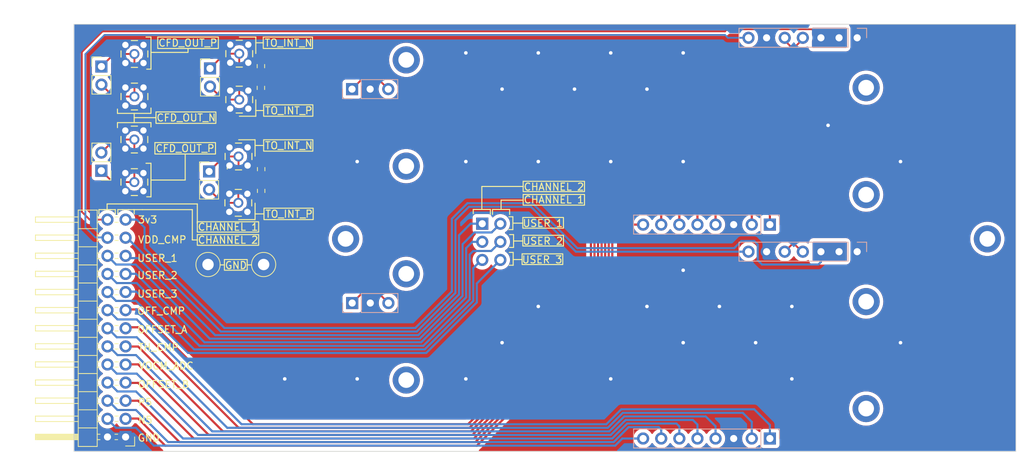
<source format=kicad_pcb>
(kicad_pcb (version 20221018) (generator pcbnew)
  (layers (0 "F.Cu" signal) (31 "B.Cu" signal) (34 "B.Paste" user) (35 "F.Paste" user) (36 "B.SilkS" user "B.Silkscreen") (37 "F.SilkS" user "F.Silkscreen") (38 "B.Mask" user) (39 "F.Mask" user) (44 "Edge.Cuts" user))
  (net 0 "")
  (net 1 "GND")
  (net 2 "/CFD_OUT_1_P")
  (net 3 "/CFD_OUT_1_N")
  (net 4 "/TO_INT_1_N")
  (net 5 "/TO_INT_1_P")
  (net 6 "/CFD_OUT_2_P")
  (net 7 "/CFD_OUT_2_N")
  (net 8 "/TO_INT_2_N")
  (net 9 "/TO_INT_2_P")
  (net 10 "/11")
  (net 11 "/3")
  (net 12 "/9")
  (net 13 "/5")
  (net 14 "/13")
  (net 15 "/15")
  (net 16 "/17")
  (net 17 "/12")
  (net 18 "/4")
  (net 19 "/10")
  (net 20 "/6")
  (net 21 "/16")
  (net 22 "/18")
  (net 23 "/19")
  (net 24 "/20")
  (net 25 "/21")
  (net 26 "/22")
  (net 27 "/14")
  (net 28 "/7")
  (net 29 "/8")
  (net 30 "/23")
  (net 31 "/24")
  (net 32 "/25")
  (net 33 "/26")
  (footprint "MountingHole:MountingHole_2.2mm_M2_DIN965_Pad" (layer "F.Cu") (at 193.3 80.6)
    (fp_text reference "H8" hide)
    (fp_text value "MountingHole")
  )
  (footprint "MountingHole:MountingHole_2.2mm_M2_DIN965_Pad" (layer "F.Cu") (at 128.8 61.6)
    (fp_text reference "H1" hide)
    (fp_text value "MountingHole")
  )
  (footprint "MountingHole:MountingHole_2.2mm_M2_DIN965_Pad" (layer "F.Cu") (at 128.8 46.7)
    (fp_text reference "H6" hide)
    (fp_text value "MountingHole")
  )
  (footprint "Resistor_SMD:R_0603_1608Metric" (layer "F.Cu") (at 108.45 65.071486 90)
    (fp_text reference "R4" hide)
    (fp_text value "50")
  )
  (footprint "my_footprints:COAX4_MMCX-J-P-H-ST-TH1_SAI" (layer "F.Cu") (at 105.25 66.746486)
    (fp_text reference "J14" hide)
    (fp_text value "Conn_01x05_Socket")
  )
  (footprint "my_footprints:COAX4_MMCX-J-P-H-ST-TH1_SAI" (layer "F.Cu") (at 90.68 51.84)
    (fp_text reference "J4" hide)
    (fp_text value "Conn_01x05_Socket")
  )
  (footprint "my_footprints:COAX4_MMCX-J-P-H-ST-TH1_SAI" (layer "F.Cu") (at 90.67 63.84)
    (fp_text reference "J11" hide)
    (fp_text value "Conn_01x05_Socket")
  )
  (footprint "MountingHole:MountingHole_2.2mm_M2_DIN965_Pad" (layer "F.Cu") (at 193.3 95.6)
    (fp_text reference "H4" hide)
    (fp_text value "MountingHole")
  )
  (footprint "MountingHole:MountingHole_2.2mm_M2_DIN965_Pad" (layer "F.Cu") (at 210.3 71.8)
    (fp_text reference "H9" hide)
    (fp_text value "MountingHole")
  )
  (footprint "Connector_PinHeader_2.54mm:PinHeader_1x02_P2.54mm_Vertical" (layer "F.Cu") (at 86.05 47.63)
    (fp_text reference "J19" hide)
    (fp_text value "Conn_01x02_Pin")
  )
  (footprint "Connector_PinHeader_2.54mm:PinHeader_1x02_P2.54mm_Vertical" (layer "F.Cu") (at 86.04 62.245 180)
    (fp_text reference "J22" hide)
    (fp_text value "Conn_01x02_Pin")
  )
  (footprint "MountingHole:MountingHole_2.2mm_M2_DIN965_Pad" (layer "F.Cu") (at 128.8 76.7)
    (fp_text reference "H3" hide)
    (fp_text value "MountingHole")
  )
  (footprint "Resistor_SMD:R_0603_1608Metric" (layer "F.Cu") (at 108.42 50.625 90)
    (fp_text reference "R2" hide)
    (fp_text value "50")
  )
  (footprint "MountingHole:MountingHole_2.2mm_M2_DIN965_Pad" (layer "F.Cu") (at 128.8 91.6)
    (fp_text reference "H2" hide)
    (fp_text value "MountingHole")
  )
  (footprint "MountingHole:MountingHole_2.2mm_M2_DIN965_Pad" (layer "F.Cu") (at 193.3 50.6)
    (fp_text reference "H7" hide)
    (fp_text value "MountingHole")
  )
  (footprint "Connector_PinHeader_2.54mm:PinHeader_1x02_P2.54mm_Vertical" (layer "F.Cu") (at 101.28 47.9)
    (fp_text reference "J20" hide)
    (fp_text value "Conn_01x02_Pin")
  )
  (footprint "my_footprints:COAX4_MMCX-J-P-H-ST-TH1_SAI" (layer "F.Cu") (at 90.68 45.87)
    (fp_text reference "J3" hide)
    (fp_text value "Conn_01x05_Socket")
  )
  (footprint "Connector_PinHeader_2.54mm:PinHeader_2x13_P2.54mm_Horizontal" (layer "F.Cu") (at 89.44 99.58 180)
    (fp_text reference "J23" hide)
    (fp_text value "Conn_02x13_Counter_Clockwise")
  )
  (footprint "Connector_PinHeader_2.54mm:PinHeader_1x02_P2.54mm_Vertical" (layer "F.Cu") (at 101.15 62.346486)
    (fp_text reference "J21" hide)
    (fp_text value "Conn_01x02_Pin")
  )
  (footprint "my_footprints:COAX4_MMCX-J-P-H-ST-TH1_SAI" (layer "F.Cu") (at 90.67 57.87)
    (fp_text reference "J12" hide)
    (fp_text value "Conn_01x05_Socket")
  )
  (footprint "my_footprints:COAX4_MMCX-J-P-H-ST-TH1_SAI" (layer "F.Cu") (at 105.38 52.27 -90)
    (fp_text reference "J2" hide)
    (fp_text value "Conn_01x05_Socket")
  )
  (footprint "TestPoint:TestPoint_Loop_D2.60mm_Drill1.6mm_Beaded" (layer "F.Cu") (at 101 75.4)
    (fp_text reference "J8" hide)
    (fp_text value "Conn_01x01_Pin")
  )
  (footprint "TestPoint:TestPoint_Loop_D2.60mm_Drill1.6mm_Beaded" (layer "F.Cu") (at 108.8 75.4)
    (fp_text reference "J18" hide)
    (fp_text value "Conn_01x01_Pin")
  )
  (footprint "Resistor_SMD:R_0603_1608Metric" (layer "F.Cu") (at 108.45 62.021486 90)
    (fp_text reference "R3" hide)
    (fp_text value "50")
  )
  (footprint "Connector_PinHeader_2.54mm:PinHeader_2x03_P2.54mm_Vertical" (layer "F.Cu") (at 139.46 69.675)
    (fp_text reference "J10" hide)
    (fp_text value "Conn_02x03_Counter_Clockwise")
  )
  (footprint "MountingHole:MountingHole_2.2mm_M2_DIN965_Pad" (layer "F.Cu") (at 120.3 71.8)
    (fp_text reference "H10" hide)
    (fp_text value "MountingHole")
  )
  (footprint "Resistor_SMD:R_0603_1608Metric" (layer "F.Cu") (at 108.42 47.575 90)
    (fp_text reference "R1" hide)
    (fp_text value "50")
  )
  (footprint "my_footprints:COAX4_MMCX-J-P-H-ST-TH1_SAI" (layer "F.Cu") (at 105.38 45.83 -90)
    (fp_text reference "J1" hide)
    (fp_text value "Conn_01x05_Socket")
  )
  (footprint "MountingHole:MountingHole_2.2mm_M2_DIN965_Pad" (layer "F.Cu") (at 193.3 65.6)
    (fp_text reference "H5" hide)
    (fp_text value "MountingHole")
  )
  (footprint "my_footprints:COAX4_MMCX-J-P-H-ST-TH1_SAI" (layer "F.Cu") (at 105.28 60.246486)
    (fp_text reference "J13" hide)
    (fp_text value "Conn_01x05_Socket")
  )
  (footprint "Connector_PinSocket_2.54mm:PinSocket_1x07_P2.54mm_Vertical" (layer "B.Cu") (at 192.04 43.6 90)
    (fp_text reference "J6" hide)
    (fp_text value "Conn_01x07")
  )
  (footprint "Connector_PinSocket_2.54mm:PinSocket_1x03_P2.54mm_Vertical" (layer "B.Cu") (at 121.2 50.8 -90)
    (fp_text reference "J7" hide)
    (fp_text value "Conn_01x03")
  )
  (footprint "Connector_PinSocket_2.54mm:PinSocket_1x07_P2.54mm_Vertical" (layer "B.Cu") (at 192.04 73.6 90)
    (fp_text reference "J16" hide)
    (fp_text value "Conn_01x07")
  )
  (footprint "Connector_PinSocket_2.54mm:PinSocket_1x08_P2.54mm_Vertical" (layer "B.Cu") (at 179.8 69.8 90)
    (fp_text reference "J5" hide)
    (fp_text value "Conn_01x08")
  )
  (footprint "Connector_PinSocket_2.54mm:PinSocket_1x03_P2.54mm_Vertical" (layer "B.Cu") (at 121.22 80.8 -90)
    (fp_text reference "J17" hide)
    (fp_text value "Conn_01x03")
  )
  (footprint "Connector_PinSocket_2.54mm:PinSocket_1x08_P2.54mm_Vertical" (layer "B.Cu") (at 179.8 99.8 90)
    (fp_text reference "J15" hide)
    (fp_text value "Conn_01x08")
  )
  (gr_line (start 93 45.65) (end 93.4 45.65) (stroke (width 0.15)) (layer "F.SilkS"))
  (gr_line (start 108.8 53.8) (end 107.7 53.8) (stroke (width 0.15)) (layer "F.SilkS"))
  (gr_line (start 105.3 69.1) (end 107.6 69.1) (stroke (width 0.15)) (layer "F.SilkS"))
  (gr_line (start 90.6 67.7) (end 91.8 67.7) (stroke (width 0.15)) (layer "F.SilkS"))
  (gr_line (start 98.2 45.1) (end 98.2 45.6) (stroke (width 0.15)) (layer "F.SilkS"))
  (gr_line (start 85.7 68.3) (end 85.7 67.7) (stroke (width 0.15)) (layer "F.SilkS"))
  (gr_line (start 90.65 55.5) (end 90.65 54.2) (stroke (width 0.15)) (layer "F.SilkS"))
  (gr_line (start 97.2 63.55) (end 97.8 63.55) (stroke (width 0.15)) (layer "F.SilkS"))
  (gr_line (start 108.8 58.7) (end 107.7 58.7) (stroke (width 0.15)) (layer "F.SilkS"))
  (gr_line (start 93 53.45) (end 93 54.15) (stroke (width 0.15)) (layer "F.SilkS"))
  (gr_line (start 140.6 67.675) (end 140.6 68.375) (stroke (width 0.15)) (layer "F.SilkS"))
  (gr_line (start 99.5 69.6) (end 99.5 66.9) (stroke (width 0.15)) (layer "F.SilkS"))
  (gr_line (start 85.7 67.7) (end 88 67.7) (stroke (width 0.15)) (layer "F.SilkS"))
  (gr_rect (start 145.2 65.575) (end 153.8 67.075) (stroke (width 0.15)) (fill none) (layer "F.SilkS"))
  (gr_line (start 88.35 67.7) (end 90.65 67.7) (stroke (width 0.15)) (layer "F.SilkS"))
  (gr_line (start 93 65.9) (end 92.4 65.9) (stroke (width 0.15)) (layer "F.SilkS"))
  (gr_rect (start 103.3 74.7) (end 106.5 76.2) (stroke (width 0.15)) (fill none) (layer "F.SilkS"))
  (gr_line (start 108.75 44.3) (end 107.7 44.3) (stroke (width 0.15)) (layer "F.SilkS"))
  (gr_rect (start 108.85 67.5) (end 115.75 69.1) (stroke (width 0.15)) (fill none) (layer "F.SilkS"))
  (gr_line (start 93.4 45.65) (end 98.2 45.65) (stroke (width 0.15)) (layer "F.SilkS"))
  (gr_rect (start 93.55 58.3) (end 102.05 59.9) (stroke (width 0.15)) (fill none) (layer "F.SilkS"))
  (gr_line (start 105.4 54.6) (end 107.7 54.6) (stroke (width 0.15)) (layer "F.SilkS"))
  (gr_line (start 143.8 74.7) (end 144.3 74.7) (stroke (width 0.15)) (layer "F.SilkS"))
  (gr_line (start 93 54.2) (end 88.3 54.2) (stroke (width 0.15)) (layer "F.SilkS"))
  (gr_line (start 138.2 67.675) (end 140.6 67.675) (stroke (width 0.15)) (layer "F.SilkS"))
  (gr_line (start 143.2 68.7) (end 143.75 68.7) (stroke (width 0.15)) (layer "F.SilkS"))
  (gr_line (start 108.85 68.3) (end 107.6 68.3) (stroke (width 0.15)) (layer "F.SilkS"))
  (gr_line (start 107.7 43.6) (end 107.7 43.5) (stroke (width 0.15)) (layer "F.SilkS"))
  (gr_line (start 86.85 66.9) (end 99.5 66.9) (stroke (width 0.15)) (layer "F.SilkS"))
  (gr_line (start 88 67.7) (end 88 68.3) (stroke (width 0.15)) (layer "F.SilkS"))
  (gr_line (start 97.8 59.9) (end 97.8 63.55) (stroke (width 0.15)) (layer "F.SilkS"))
  (gr_line (start 138.2 68.275) (end 138.2 67.675) (stroke (width 0.15)) (layer "F.SilkS"))
  (gr_line (start 143.85 73) (end 143.3 73) (stroke (width 0.15)) (layer "F.SilkS"))
  (gr_line (start 86.85 67.7) (end 86.85 66.9) (stroke (width 0.15)) (layer "F.SilkS"))
  (gr_line (start 107.7 43.5) (end 105.4 43.5) (stroke (width 0.15)) (layer "F.SilkS"))
  (gr_line (start 143.75 68.7) (end 143.75 70.5) (stroke (width 0.15)) (layer "F.SilkS"))
  (gr_line (start 88.3 56.2) (end 88.3 55.5) (stroke (width 0.15)) (layer "F.SilkS"))
  (gr_rect (start 145.15 71.3) (end 150.85 72.8) (stroke (width 0.15)) (fill none) (layer "F.SilkS"))
  (gr_line (start 93 63.55) (end 93.4 63.55) (stroke (width 0.15)) (layer "F.SilkS"))
  (gr_line (start 142.1 67.675) (end 142.1 66.375) (stroke (width 0.15)) (layer "F.SilkS"))
  (gr_rect (start 93.95 43.5) (end 102.45 45.1) (stroke (width 0.15)) (fill none) (layer "F.SilkS"))
  (gr_rect (start 108.8 57.9) (end 115.7 59.5) (stroke (width 0.15)) (fill none) (layer "F.SilkS"))
  (gr_rect (start 145.05 73.9) (end 150.75 75.4) (stroke (width 0.15)) (fill none) (layer "F.SilkS"))
  (gr_line (start 143.8 75.5) (end 143.25 75.5) (stroke (width 0.15)) (layer "F.SilkS"))
  (gr_line (start 142.1 66.375) (end 145.2 66.375) (stroke (width 0.15)) (layer "F.SilkS"))
  (gr_line (start 98.8 71.95) (end 98.8 67.7) (stroke (width 0.15)) (layer "F.SilkS"))
  (gr_line (start 93 43.5) (end 93 48) (stroke (width 0.15)) (layer "F.SilkS"))
  (gr_line (start 88.35 68.3) (end 88.35 67.7) (stroke (width 0.15)) (layer "F.SilkS"))
  (gr_line (start 93.4 63.55) (end 97.2 63.55) (stroke (width 0.15)) (layer "F.SilkS"))
  (gr_line (start 143.85 71.2) (end 143.85 73) (stroke (width 0.15)) (layer "F.SilkS"))
  (gr_line (start 93 48) (end 92.4 48) (stroke (width 0.15)) (layer "F.SilkS"))
  (gr_line (start 92.3 61.2) (end 93 61.2) (stroke (width 0.15)) (layer "F.SilkS"))
  (gr_line (start 88.3 54.2) (end 88.3 53.6) (stroke (width 0.15)) (layer "F.SilkS"))
  (gr_line (start 143.3 67.675) (end 143.3 68.375) (stroke (width 0.15)) (layer "F.SilkS"))
  (gr_line (start 107.6 69.1) (end 107.6 66.8) (stroke (width 0.15)) (layer "F.SilkS"))
  (gr_line (start 143.3 71.2) (end 143.85 71.2) (stroke (width 0.15)) (layer "F.SilkS"))
  (gr_line (start 90.65 54.8) (end 93.7 54.8) (stroke (width 0.15)) (layer "F.SilkS"))
  (gr_line (start 140.9 68.375) (end 140.9 67.675) (stroke (width 0.15)) (layer "F.SilkS"))
  (gr_line (start 143.8 69.6) (end 145.15 69.6) (stroke (width 0.15)) (layer "F.SilkS"))
  (gr_rect (start 108.75 43.5) (end 115.65 45.1) (stroke (width 0.15)) (fill none) (layer "F.SilkS"))
  (gr_line (start 140.9 67.675) (end 143.3 67.675) (stroke (width 0.15)) (layer "F.SilkS"))
  (gr_line (start 107.7 45.8) (end 107.7 43.6) (stroke (width 0.15)) (layer "F.SilkS"))
  (gr_line (start 93 61.2) (end 93 65.9) (stroke (width 0.15)) (layer "F.SilkS"))
  (gr_rect (start 93.7 54) (end 102.1 55.6) (stroke (width 0.15)) (fill none) (layer "F.SilkS"))
  (gr_line (start 105.3 57.9) (end 107.6 57.9) (stroke (width 0.15)) (layer "F.SilkS"))
  (gr_rect (start 99.5 69.4) (end 108.1 70.85) (stroke (width 0.15)) (fill none) (layer "F.SilkS"))
  (gr_line (start 144.3 74.7) (end 145.05 74.7) (stroke (width 0.15)) (layer "F.SilkS"))
  (gr_line (start 143.25 73.7) (end 143.8 73.7) (stroke (width 0.15)) (layer "F.SilkS"))
  (gr_rect (start 99.5 71.2) (end 108.1 72.7) (stroke (width 0.15)) (fill none) (layer "F.SilkS"))
  (gr_line (start 88.3 55.5) (end 93 55.5) (stroke (width 0.15)) (layer "F.SilkS"))
  (gr_line (start 107.6 57.9) (end 107.6 60.2) (stroke (width 0.15)) (layer "F.SilkS"))
  (gr_line (start 92.3 43.5) (end 93 43.5) (stroke (width 0.15)) (layer "F.SilkS"))
  (gr_rect (start 145.15 68.8) (end 150.85 70.3) (stroke (width 0.15)) (fill none) (layer "F.SilkS"))
  (gr_line (start 106.5 75.45) (end 107.1 75.45) (stroke (width 0.15)) (layer "F.SilkS"))
  (gr_line (start 90.65 67.7) (end 90.65 68.3) (stroke (width 0.15)) (layer "F.SilkS"))
  (gr_line (start 98.8 71.95) (end 99.5 71.95) (stroke (width 0.15)) (layer "F.SilkS"))
  (gr_line (start 145.2 64.45) (end 139.4 64.45) (stroke (width 0.15)) (layer "F.SilkS"))
  (gr_line (start 143.8 73.7) (end 143.8 75.5) (stroke (width 0.15)) (layer "F.SilkS"))
  (gr_line (start 93 55.5) (end 93 56.1) (stroke (width 0.15)) (layer "F.SilkS"))
  (gr_line (start 139.4 64.475) (end 139.4 67.6) (stroke (width 0.15)) (layer "F.SilkS"))
  (gr_line (start 107.7 54.6) (end 107.7 52.3) (stroke (width 0.15)) (layer "F.SilkS"))
  (gr_line (start 143.85 72.1) (end 145.15 72.1) (stroke (width 0.15)) (layer "F.SilkS"))
  (gr_line (start 103.7 62) (end 103.7 61.3) (stroke (width 0.15)) (layer "F.SilkS"))
  (gr_rect (start 145.2 63.725) (end 153.8 65.175) (stroke (width 0.15)) (fill none) (layer "F.SilkS"))
  (gr_line (start 143.75 70.5) (end 143.2 70.5) (stroke (width 0.15)) (layer "F.SilkS"))
  (gr_line (start 98.8 67.7) (end 91.8 67.7) (stroke (width 0.15)) (layer "F.SilkS"))
  (gr_line (start 103.3 75.45) (end 102.7 75.45) (stroke (width 0.15)) (layer "F.SilkS"))
  (gr_rect (start 108.8 53) (end 115.7 54.6) (stroke (width 0.15)) (fill none) (layer "F.SilkS"))
  (gr_rect (start 82.2 41.7) (end 214.3 101.6) (stroke (width 0.1)) (fill none) (layer "Edge.Cuts"))
  (gr_text "VOCM_ADC" (at 91.2 90.2) (layer "F.SilkS") (effects (font (size 1 1)) (justify left bottom)))
  (gr_text "CFD_OUT_N\n" (at 93.7 55.4) (layer "F.SilkS") (effects (font (size 1 1)) (justify left bottom)))
  (gr_text "CHANNEL 2\n" (at 145.2 65.1) (layer "F.SilkS") (effects (font (size 1 1)) (justify left bottom)))
  (gr_text "GND\n" (at 103.3 76.1) (layer "F.SilkS") (effects (font (size 1 1)) (justify left bottom)))
  (gr_text "OFF_CMP" (at 91 82.5) (layer "F.SilkS") (effects (font (size 1 1)) (justify left bottom)))
  (gr_text "TO_INT_N" (at 108.85 44.9) (layer "F.SilkS") (effects (font (size 1 1)) (justify left bottom)))
  (gr_text "3v3" (at 91.1 69.7) (layer "F.SilkS") (effects (font (size 1 1)) (justify left bottom)))
  (gr_text "OFFSET_A" (at 91 85.1) (layer "F.SilkS") (effects (font (size 1 1)) (justify left bottom)))
  (gr_text "CFD_OUT_P" (at 93.95 44.9) (layer "F.SilkS") (effects (font (size 1 1)) (justify left bottom)))
  (gr_text "VDD_CMP" (at 91.1 72.5) (layer "F.SilkS") (effects (font (size 1 1)) (justify left bottom)))
  (gr_text "USER_1" (at 91 75.1) (layer "F.SilkS") (effects (font (size 1 1)) (justify left bottom)))
  (gr_text "USER 3" (at 144.95 75.3) (layer "F.SilkS") (effects (font (size 1 1)) (justify left bottom)))
  (gr_text "USER 2" (at 145.05 72.7) (layer "F.SilkS") (effects (font (size 1 1)) (justify left bottom)))
  (gr_text "USER_2" (at 91 77.5) (layer "F.SilkS") (effects (font (size 1 1)) (justify left bottom)))
  (gr_text "GND" (at 91.06 100.3) (layer "F.SilkS") (effects (font (size 1 1)) (justify left bottom)))
  (gr_text "OFFSET_B" (at 91.1 92.8) (layer "F.SilkS") (effects (font (size 1 1)) (justify left bottom)))
  (gr_text "P5" (at 91.1 95.3) (layer "F.SilkS") (effects (font (size 1 1)) (justify left bottom)))
  (gr_text "CHANNEL 2\n" (at 99.5 72.55) (layer "F.SilkS") (effects (font (size 1 1)) (justify left bottom)))
  (gr_text "CFD_OUT_P" (at 93.55 59.7) (layer "F.SilkS") (effects (font (size 1 1)) (justify left bottom)))
  (gr_text "TO_INT_P" (at 108.9 54.4) (layer "F.SilkS") (effects (font (size 1 1)) (justify left bottom)))
  (gr_text "CHANNEL 1" (at 99.5 70.725) (layer "F.SilkS") (effects (font (size 1 1)) (justify left bottom)))
  (gr_text "USER 1" (at 145.05 70.2) (layer "F.SilkS") (effects (font (size 1 1)) (justify left bottom)))
  (gr_text "TH_CMP" (at 91.1 87.6) (layer "F.SilkS") (effects (font (size 1 1)) (justify left bottom)))
  (gr_text "USER_3" (at 91 80.1) (layer "F.SilkS") (effects (font (size 1 1)) (justify left bottom)))
  (gr_text "TO_INT_P" (at 108.95 68.9) (layer "F.SilkS") (effects (font (size 1 1)) (justify left bottom)))
  (gr_text "N5" (at 91.1 97.8) (layer "F.SilkS") (effects (font (size 1 1)) (justify left bottom)))
  (gr_text "TO_INT_N" (at 108.9 59.3) (layer "F.SilkS") (effects (font (size 1 1)) (justify left bottom)))
  (gr_text "CHANNEL 1" (at 145.2 66.9) (layer "F.SilkS") (effects (font (size 1 1)) (justify left bottom)))
  (segment (start 108.42 51.5) (end 108.42 51.3) (width 0.254) (layer "F.Cu") (net 1))
  (via (at 167.64 60.96) (size 1.3) (drill 0.5) (layers "F.Cu" "B.Cu") (net 1))
  (via (at 147.32 81.28) (size 1.3) (drill 0.5) (layers "F.Cu" "B.Cu") (net 1))
  (via (at 157.48 45.72) (size 1.3) (drill 0.5) (layers "F.Cu" "B.Cu") (net 1))
  (via (at 152.4 50.8) (size 1.3) (drill 0.5) (layers "F.Cu" "B.Cu") (net 1))
  (via (at 137.16 60.96) (size 1.3) (drill 0.5) (layers "F.Cu" "B.Cu") (net 1))
  (via (at 177.8 86.36) (size 1.3) (drill 0.5) (layers "F.Cu" "B.Cu") (net 1))
  (via (at 142.24 50.8) (size 1.3) (drill 0.5) (layers "F.Cu" "B.Cu") (net 1))
  (via (at 142.24 86.36) (size 1.3) (drill 0.5) (layers "F.Cu" "B.Cu") (net 1))
  (via (at 187.96 55.88) (size 1.3) (drill 0.5) (layers "F.Cu" "B.Cu") (net 1))
  (via (at 172.72 81.28) (size 1.3) (drill 0.5) (layers "F.Cu" "B.Cu") (net 1))
  (via (at 167.64 45.72) (size 1.3) (drill 0.5) (layers "F.Cu" "B.Cu") (net 1))
  (via (at 121.92 91.44) (size 1.3) (drill 0.5) (layers "F.Cu" "B.Cu") (net 1))
  (via (at 162.56 50.8) (size 1.3) (drill 0.5) (layers "F.Cu" "B.Cu") (net 1))
  (via (at 198.12 60.96) (size 1.3) (drill 0.5) (layers "F.Cu" "B.Cu") (net 1))
  (via (at 111.76 91.44) (size 1.3) (drill 0.5) (layers "F.Cu" "B.Cu") (net 1))
  (via (at 182.88 91.44) (size 1.3) (drill 0.5) (layers "F.Cu" "B.Cu") (net 1))
  (via (at 162.56 81.28) (size 1.3) (drill 0.5) (layers "F.Cu" "B.Cu") (net 1))
  (via (at 137.16 45.72) (size 1.3) (drill 0.5) (layers "F.Cu" "B.Cu") (net 1))
  (via (at 167.64 86.36) (size 1.3) (drill 0.5) (layers "F.Cu" "B.Cu") (net 1))
  (via (at 137.16 91.44) (size 1.3) (drill 0.5) (layers "F.Cu" "B.Cu") (net 1))
  (via (at 182.88 81.28) (size 1.3) (drill 0.5) (layers "F.Cu" "B.Cu") (net 1))
  (via (at 157.48 60.96) (size 1.3) (drill 0.5) (layers "F.Cu" "B.Cu") (net 1))
  (via (at 147.32 60.96) (size 1.3) (drill 0.5) (layers "F.Cu" "B.Cu") (net 1))
  (via (at 167.64 76.2) (size 1.3) (drill 0.5) (layers "F.Cu" "B.Cu") (net 1))
  (via (at 198.12 86.36) (size 1.3) (drill 0.5) (layers "F.Cu" "B.Cu") (net 1))
  (via (at 121.92 60.96) (size 1.3) (drill 0.5) (layers "F.Cu" "B.Cu") (net 1))
  (via (at 157.48 91.44) (size 1.3) (drill 0.5) (layers "F.Cu" "B.Cu") (net 1))
  (via (at 147.32 45.72) (size 1.3) (drill 0.5) (layers "F.Cu" "B.Cu") (net 1))
  (segment (start 90.68 45.87) (end 90.68 47.98) (width 0.254) (layer "F.Cu") (net 2))
  (segment (start 182.846 52.411948) (end 182.846 44.946) (width 0.254) (layer "F.Cu") (net 2))
  (segment (start 91.2 48.5) (end 93.121024 48.5) (width 0.254) (layer "F.Cu") (net 2))
  (segment (start 182.846 44.946) (end 181.84 43.94) (width 0.254) (layer "F.Cu") (net 2))
  (segment (start 90.68 47.98) (end 91.2 48.5) (width 0.254) (layer "F.Cu") (net 2))
  (segment (start 94.527 52.427) (end 97 54.9) (width 0.254) (layer "F.Cu") (net 2))
  (segment (start 93.121024 48.5) (end 94.527 49.905976) (width 0.254) (layer "F.Cu") (net 2))
  (segment (start 181.84 43.94) (end 181.84 43.6) (width 0.254) (layer "F.Cu") (net 2))
  (segment (start 97 54.9) (end 180.357948 54.9) (width 0.254) (layer "F.Cu") (net 2))
  (segment (start 94.527 49.905976) (end 94.527 52.427) (width 0.254) (layer "F.Cu") (net 2))
  (segment (start 180.357948 54.9) (end 182.846 52.411948) (width 0.254) (layer "F.Cu") (net 2))
  (segment (start 87.81 45.87) (end 86.05 47.63) (width 0.254) (layer "F.Cu") (net 2))
  (segment (start 90.68 45.87) (end 87.81 45.87) (width 0.254) (layer "F.Cu") (net 2))
  (segment (start 181.84 43.84) (end 181.84 43.6) (width 0.254) (layer "B.Cu") (net 2))
  (segment (start 184.38 43.82) (end 184.38 43.6) (width 0.254) (layer "F.Cu") (net 3))
  (segment (start 183.3 44.9) (end 184.38 43.82) (width 0.254) (layer "F.Cu") (net 3))
  (segment (start 90.68 51.84) (end 90.68 49.52) (width 0.254) (layer "F.Cu") (net 3))
  (segment (start 92.932972 48.954) (end 94.073 50.094028) (width 0.254) (layer "F.Cu") (net 3))
  (segment (start 90.68 49.52) (end 91.246 48.954) (width 0.254) (layer "F.Cu") (net 3))
  (segment (start 91.246 48.954) (end 92.932972 48.954) (width 0.254) (layer "F.Cu") (net 3))
  (segment (start 96.811948 55.354) (end 180.546 55.354) (width 0.254) (layer "F.Cu") (net 3))
  (segment (start 90.68 51.84) (end 87.72 51.84) (width 0.254) (layer "F.Cu") (net 3))
  (segment (start 180.546 55.354) (end 183.3 52.6) (width 0.254) (layer "F.Cu") (net 3))
  (segment (start 183.3 52.6) (end 183.3 44.9) (width 0.254) (layer "F.Cu") (net 3))
  (segment (start 94.073 50.094028) (end 94.073 52.615052) (width 0.254) (layer "F.Cu") (net 3))
  (segment (start 87.72 51.84) (end 86.05 50.17) (width 0.254) (layer "F.Cu") (net 3))
  (segment (start 94.073 52.615052) (end 96.811948 55.354) (width 0.254) (layer "F.Cu") (net 3))
  (segment (start 184.38 43.6) (end 184.38 43.82) (width 0.254) (layer "B.Cu") (net 3))
  (segment (start 123.967 48.487) (end 123.967 47.545972) (width 0.254) (layer "F.Cu") (net 4))
  (segment (start 126.28 51.02) (end 126.28 50.8) (width 0.254) (layer "F.Cu") (net 4))
  (segment (start 122.867028 46.446) (end 120.011948 46.446) (width 0.254) (layer "F.Cu") (net 4))
  (segment (start 126.28 50.8) (end 126.28 51.32) (width 0.3) (layer "F.Cu") (net 4))
  (segment (start 117.557948 48.9) (end 109.68 48.9) (width 0.254) (layer "F.Cu") (net 4))
  (segment (start 106.28 48.4) (end 108.42 48.4) (width 0.254) (layer "F.Cu") (net 4))
  (segment (start 109.18 48.4) (end 108.42 48.4) (width 0.254) (layer "F.Cu") (net 4))
  (segment (start 123.967 47.545972) (end 122.867028 46.446) (width 0.254) (layer "F.Cu") (net 4))
  (segment (start 120.011948 46.446) (end 117.557948 48.9) (width 0.254) (layer "F.Cu") (net 4))
  (segment (start 126.28 50.8) (end 123.967 48.487) (width 0.254) (layer "F.Cu") (net 4))
  (segment (start 105.38 47.5) (end 106.28 48.4) (width 0.254) (layer "F.Cu") (net 4))
  (segment (start 105.38 45.83) (end 103.35 45.83) (width 0.254) (layer "F.Cu") (net 4))
  (segment (start 103.35 45.83) (end 101.28 47.9) (width 0.254) (layer "F.Cu") (net 4))
  (segment (start 109.68 48.9) (end 109.54 48.76) (width 0.254) (layer "F.Cu") (net 4))
  (segment (start 109.68 48.9) (end 109.18 48.4) (width 0.254) (layer "F.Cu") (net 4))
  (segment (start 105.38 45.83) (end 105.38 47.5) (width 0.254) (layer "F.Cu") (net 4))
  (segment (start 123.513 48.487) (end 123.513 47.734024) (width 0.254) (layer "F.Cu") (net 5))
  (segment (start 105.38 52.27) (end 103.11 52.27) (width 0.254) (layer "F.Cu") (net 5))
  (segment (start 117.746 49.354) (end 109.726 49.354) (width 0.254) (layer "F.Cu") (net 5))
  (segment (start 121.2 50.8) (end 123.513 48.487) (width 0.254) (layer "F.Cu") (net 5))
  (segment (start 105.38 50.6) (end 105.38 52.27) (width 0.254) (layer "F.Cu") (net 5))
  (segment (start 103.11 52.27) (end 101.28 50.44) (width 0.254) (layer "F.Cu") (net 5))
  (segment (start 109.726 49.354) (end 109.28 49.8) (width 0.254) (layer "F.Cu") (net 5))
  (segment (start 106.18 49.8) (end 105.38 50.6) (width 0.254) (layer "F.Cu") (net 5))
  (segment (start 121.2 50.8) (end 121.629172 51.229172) (width 0.3) (layer "F.Cu") (net 5))
  (segment (start 123.513 47.734024) (end 122.678976 46.9) (width 0.254) (layer "F.Cu") (net 5))
  (segment (start 109.28 49.8) (end 108.42 49.8) (width 0.254) (layer "F.Cu") (net 5))
  (segment (start 108.42 49.8) (end 106.18 49.8) (width 0.254) (layer "F.Cu") (net 5))
  (segment (start 109.726 49.354) (end 109.44 49.64) (width 0.254) (layer "F.Cu") (net 5))
  (segment (start 122.678976 46.9) (end 120.2 46.9) (width 0.254) (layer "F.Cu") (net 5))
  (segment (start 120.2 46.9) (end 117.746 49.354) (width 0.254) (layer "F.Cu") (net 5))
  (segment (start 90.67 63.84) (end 87.635 63.84) (width 0.254) (layer "F.Cu") (net 6))
  (segment (start 87.635 63.84) (end 86.04 62.245) (width 0.254) (layer "F.Cu") (net 6))
  (segment (start 96.862052 57.5) (end 93.292052 61.07) (width 0.254) (layer "F.Cu") (net 6))
  (segment (start 182.846 72.634) (end 182.846 59.969852) (width 0.254) (layer "F.Cu") (net 6))
  (segment (start 182.846 59.969852) (end 180.376148 57.5) (width 0.254) (layer "F.Cu") (net 6))
  (segment (start 180.376148 57.5) (end 96.862052 57.5) (width 0.254) (layer "F.Cu") (net 6))
  (segment (start 181.88 73.6) (end 182.846 72.634) (width 0.254) (layer "F.Cu") (net 6))
  (segment (start 93.292052 61.07) (end 91.4 61.07) (width 0.254) (layer "F.Cu") (net 6))
  (segment (start 91.4 61.07) (end 90.67 61.8) (width 0.254) (layer "F.Cu") (net 6))
  (segment (start 90.67 61.8) (end 90.67 63.84) (width 0.254) (layer "F.Cu") (net 6))
  (segment (start 90.67 57.87) (end 87.875 57.87) (width 0.254) (layer "F.Cu") (net 7))
  (segment (start 184.42 73.6) (end 184.3 73.6) (width 0.254) (layer "F.Cu") (net 7))
  (segment (start 183.3 59.7818) (end 180.5642 57.046) (width 0.254) (layer "F.Cu") (net 7))
  (segment (start 90.67 59.84) (end 90.67 57.87) (width 0.254) (layer "F.Cu") (net 7))
  (segment (start 96.674 57.046) (end 93.104 60.616) (width 0.254) (layer "F.Cu") (net 7))
  (segment (start 93.104 60.616) (end 91.446 60.616) (width 0.254) (layer "F.Cu") (net 7))
  (segment (start 184.3 73.6) (end 183.3 72.6) (width 0.254) (layer "F.Cu") (net 7))
  (segment (start 180.5642 57.046) (end 96.674 57.046) (width 0.254) (layer "F.Cu") (net 7))
  (segment (start 91.446 60.616) (end 90.67 59.84) (width 0.254) (layer "F.Cu") (net 7))
  (segment (start 87.875 57.87) (end 86.04 59.705) (width 0.254) (layer "F.Cu") (net 7))
  (segment (start 90.77 57.97) (end 90.67 57.87) (width 0.254) (layer "F.Cu") (net 7))
  (segment (start 183.3 72.6) (end 183.3 59.7818) (width 0.254) (layer "F.Cu") (net 7))
  (segment (start 105.28 61.8) (end 106.326486 62.846486) (width 0.254) (layer "F.Cu") (net 8))
  (segment (start 109.626 63.346) (end 109.126486 62.846486) (width 0.254) (layer "F.Cu") (net 8))
  (segment (start 126.3 80.8) (end 124.154 78.654) (width 0.254) (layer "F.Cu") (net 8))
  (segment (start 105.28 60.246486) (end 103.25 60.246486) (width 0.254) (layer "F.Cu") (net 8))
  (segment (start 105.28 60.246486) (end 105.28 61.8) (width 0.254) (layer "F.Cu") (net 8))
  (segment (start 103.25 60.246486) (end 101.15 62.346486) (width 0.254) (layer "F.Cu") (net 8))
  (segment (start 106.326486 62.846486) (end 108.45 62.846486) (width 0.254) (layer "F.Cu") (net 8))
  (segment (start 125.7 80.8) (end 126.3 80.8) (width 0.254) (layer "F.Cu") (net 8))
  (segment (start 121.367028 63.346) (end 109.626 63.346) (width 0.254) (layer "F.Cu") (net 8))
  (segment (start 124.154 66.132972) (end 121.367028 63.346) (width 0.254) (layer "F.Cu") (net 8))
  (segment (start 109.626 63.346) (end 109.44 63.16) (width 0.254) (layer "F.Cu") (net 8))
  (segment (start 109.126486 62.846486) (end 108.45 62.846486) (width 0.254) (layer "F.Cu") (net 8))
  (segment (start 124.154 78.654) (end 124.154 66.132972) (width 0.254) (layer "F.Cu") (net 8))
  (segment (start 109.162501 64.246486) (end 108.45 64.246486) (width 0.254) (layer "F.Cu") (net 9))
  (segment (start 121.178976 63.8) (end 109.608986 63.8) (width 0.254) (layer "F.Cu") (net 9))
  (segment (start 123.7 78.32) (end 123.7 66.321028) (width 0.254) (layer "F.Cu") (net 9))
  (segment (start 108.45 64.246486) (end 106.05 64.246486) (width 0.254) (layer "F.Cu") (net 9))
  (segment (start 122.9 65.521024) (end 121.178976 63.8) (width 0.254) (layer "F.Cu") (net 9))
  (segment (start 122.9 65.521028) (end 122.9 65.521024) (width 0.254) (layer "F.Cu") (net 9))
  (segment (start 106.05 64.246486) (end 105.25 65.046486) (width 0.254) (layer "F.Cu") (net 9))
  (segment (start 109.608987 63.8) (end 109.162501 64.246486) (width 0.254) (layer "F.Cu") (net 9))
  (segment (start 109.608986 63.8) (end 109.404493 64.004493) (width 0.254) (layer "F.Cu") (net 9))
  (segment (start 121.22 80.8) (end 123.7 78.32) (width 0.254) (layer "F.Cu") (net 9))
  (segment (start 105.25 66.746486) (end 103.01 66.746486) (width 0.254) (layer "F.Cu") (net 9))
  (segment (start 103.01 66.746486) (end 101.15 64.886486) (width 0.254) (layer "F.Cu") (net 9))
  (segment (start 105.25 65.046486) (end 105.25 66.746486) (width 0.254) (layer "F.Cu") (net 9))
  (segment (start 123.7 66.321028) (end 122.9 65.521028) (width 0.254) (layer "F.Cu") (net 9))
  (segment (start 155.7 80.971576) (end 155.7 69.314212) (width 0.3) (layer "F.Cu") (net 10))
  (segment (start 170.1 66.3) (end 172.18 68.38) (width 0.3) (layer "F.Cu") (net 10))
  (segment (start 158.714212 66.3) (end 170.1 66.3) (width 0.3) (layer "F.Cu") (net 10))
  (segment (start 91.2 86.9) (end 103.1 98.8) (width 0.3) (layer "F.Cu") (net 10))
  (segment (start 103.1 98.8) (end 137.871576 98.8) (width 0.3) (layer "F.Cu") (net 10))
  (segment (start 137.871576 98.8) (end 155.7 80.971576) (width 0.3) (layer "F.Cu") (net 10))
  (segment (start 89.44 87.2) (end 89.74 86.9) (width 0.3) (layer "F.Cu") (net 10))
  (segment (start 89.74 86.9) (end 91.2 86.9) (width 0.3) (layer "F.Cu") (net 10))
  (segment (start 155.7 69.314212) (end 158.714212 66.3) (width 0.3) (layer "F.Cu") (net 10))
  (segment (start 172.18 68.38) (end 172.18 69.8) (width 0.3) (layer "F.Cu") (net 10))
  (segment (start 162.02 69.8) (end 158.042636 69.8) (width 0.3) (layer "F.Cu") (net 11))
  (segment (start 138.7 100.8) (end 95 100.8) (width 0.3) (layer "F.Cu") (net 11))
  (segment (start 158.042636 69.8) (end 157.7 70.142636) (width 0.3) (layer "F.Cu") (net 11))
  (segment (start 89.4 97) (end 89.14 97.26) (width 0.3) (layer "F.Cu") (net 11))
  (segment (start 157.7 70.142636) (end 157.7 81.8) (width 0.3) (layer "F.Cu") (net 11))
  (segment (start 95 100.8) (end 91.2 97) (width 0.3) (layer "F.Cu") (net 11))
  (segment (start 157.7 81.8) (end 138.7 100.8) (width 0.3) (layer "F.Cu") (net 11))
  (segment (start 91.2 97) (end 89.4 97) (width 0.3) (layer "F.Cu") (net 11))
  (segment (start 91.2 89.4) (end 89.78 89.4) (width 0.3) (layer "F.Cu") (net 12))
  (segment (start 169.64 69.8) (end 169.64 68.44) (width 0.3) (layer "F.Cu") (net 12))
  (segment (start 168 66.8) (end 158.921318 66.8) (width 0.3) (layer "F.Cu") (net 12))
  (segment (start 169.64 68.44) (end 168 66.8) (width 0.3) (layer "F.Cu") (net 12))
  (segment (start 89.78 89.4) (end 89.44 89.74) (width 0.3) (layer "F.Cu") (net 12))
  (segment (start 138.078682 99.3) (end 101.1 99.3) (width 0.3) (layer "F.Cu") (net 12))
  (segment (start 156.2 81.178682) (end 138.078682 99.3) (width 0.3) (layer "F.Cu") (net 12))
  (segment (start 156.2 69.521318) (end 156.2 81.178682) (width 0.3) (layer "F.Cu") (net 12))
  (segment (start 158.921318 66.8) (end 156.2 69.521318) (width 0.3) (layer "F.Cu") (net 12))
  (segment (start 101.1 99.3) (end 91.2 89.4) (width 0.3) (layer "F.Cu") (net 12))
  (segment (start 89.36 94.5) (end 89.14 94.72) (width 0.3) (layer "F.Cu") (net 13))
  (segment (start 164.56 69.8) (end 164.56 68.46) (width 0.3) (layer "F.Cu") (net 13))
  (segment (start 164.56 68.46) (end 163.9 67.8) (width 0.3) (layer "F.Cu") (net 13))
  (segment (start 159.33553 67.8) (end 157.2 69.93553) (width 0.3) (layer "F.Cu") (net 13))
  (segment (start 163.9 67.8) (end 159.33553 67.8) (width 0.3) (layer "F.Cu") (net 13))
  (segment (start 157.2 81.592894) (end 138.492894 100.3) (width 0.3) (layer "F.Cu") (net 13))
  (segment (start 97 100.3) (end 91.2 94.5) (width 0.3) (layer "F.Cu") (net 13))
  (segment (start 91.2 94.5) (end 89.36 94.5) (width 0.3) (layer "F.Cu") (net 13))
  (segment (start 138.492894 100.3) (end 97 100.3) (width 0.3) (layer "F.Cu") (net 13))
  (segment (start 157.2 69.93553) (end 157.2 81.592894) (width 0.3) (layer "F.Cu") (net 13))
  (segment (start 91.2 84.2) (end 89.9 84.2) (width 0.3) (layer "F.Cu") (net 14))
  (segment (start 89.9 84.2) (end 89.44 84.66) (width 0.3) (layer "F.Cu") (net 14))
  (segment (start 174.6 65.8) (end 158.507105 65.8) (width 0.3) (layer "F.Cu") (net 14))
  (segment (start 137.66447 98.3) (end 105.3 98.3) (width 0.3) (layer "F.Cu") (net 14))
  (segment (start 158.507105 65.8) (end 155.2 69.107106) (width 0.3) (layer "F.Cu") (net 14))
  (segment (start 177.26 69.8) (end 177.26 68.46) (width 0.3) (layer "F.Cu") (net 14))
  (segment (start 177.26 69.8) (end 177.26 69.84) (width 0.3) (layer "F.Cu") (net 14))
  (segment (start 177.26 69.8) (end 177.13 69.8) (width 0.3) (layer "F.Cu") (net 14))
  (segment (start 177.26 68.46) (end 174.6 65.8) (width 0.3) (layer "F.Cu") (net 14))
  (segment (start 155.2 69.107106) (end 155.2 80.76447) (width 0.3) (layer "F.Cu") (net 14))
  (segment (start 105.3 98.3) (end 91.2 84.2) (width 0.3) (layer "F.Cu") (net 14))
  (segment (start 155.2 80.76447) (end 137.66447 98.3) (width 0.3) (layer "F.Cu") (net 14))
  (segment (start 107.3 97.8) (end 91.2 81.7) (width 0.3) (layer "F.Cu") (net 15))
  (segment (start 154.7 80.557364) (end 137.457364 97.8) (width 0.3) (layer "F.Cu") (net 15))
  (segment (start 91.2 81.7) (end 89.86 81.7) (width 0.3) (layer "F.Cu") (net 15))
  (segment (start 137.457364 97.8) (end 107.3 97.8) (width 0.3) (layer "F.Cu") (net 15))
  (segment (start 179.8 69.8) (end 179.8 68.4) (width 0.3) (layer "F.Cu") (net 15))
  (segment (start 89.86 81.7) (end 89.44 82.12) (width 0.3) (layer "F.Cu") (net 15))
  (segment (start 154.7 68.9) (end 154.7 80.557364) (width 0.3) (layer "F.Cu") (net 15))
  (segment (start 158.299999 65.3) (end 154.7 68.9) (width 0.3) (layer "F.Cu") (net 15))
  (segment (start 176.7 65.3) (end 158.299999 65.3) (width 0.3) (layer "F.Cu") (net 15))
  (segment (start 179.8 68.4) (end 176.7 65.3) (width 0.3) (layer "F.Cu") (net 15))
  (segment (start 99.05 87.3) (end 90.95 79.2) (width 0.3) (layer "B.Cu") (net 16))
  (segment (start 90.95 79.2) (end 89.82 79.2) (width 0.3) (layer "B.Cu") (net 16))
  (segment (start 138.2 80.5) (end 131.4 87.3) (width 0.3) (layer "B.Cu") (net 16))
  (segment (start 139.405 74.7) (end 138.2 75.905) (width 0.3) (layer "B.Cu") (net 16))
  (segment (start 89.82 79.2) (end 89.44 79.58) (width 0.3) (layer "B.Cu") (net 16))
  (segment (start 138.2 75.905) (end 138.2 80.5) (width 0.3) (layer "B.Cu") (net 16))
  (segment (start 131.4 87.3) (end 99.05 87.3) (width 0.3) (layer "B.Cu") (net 16))
  (segment (start 88.3 88.1) (end 87.4 87.2) (width 0.3) (layer "B.Cu") (net 17))
  (segment (start 172.18 99.8) (end 172.18 98.08) (width 0.3) (layer "B.Cu") (net 17))
  (segment (start 157.271576 98.8) (end 101.6 98.8) (width 0.3) (layer "B.Cu") (net 17))
  (segment (start 90.9 88.1) (end 88.3 88.1) (width 0.3) (layer "B.Cu") (net 17))
  (segment (start 159.371576 96.7) (end 157.271576 98.8) (width 0.3) (layer "B.Cu") (net 17))
  (segment (start 101.6 98.8) (end 90.9 88.1) (width 0.3) (layer "B.Cu") (net 17))
  (segment (start 170.8 96.7) (end 159.371576 96.7) (width 0.3) (layer "B.Cu") (net 17))
  (segment (start 87.4 87.2) (end 86.9 87.2) (width 0.3) (layer "B.Cu") (net 17))
  (segment (start 172.18 98.08) (end 170.8 96.7) (width 0.3) (layer "B.Cu") (net 17))
  (segment (start 162.02 99.8) (end 159.1 99.8) (width 0.3) (layer "B.Cu") (net 18))
  (segment (start 159.1 99.8) (end 158.1 100.8) (width 0.3) (layer "B.Cu") (net 18))
  (segment (start 93.4 100.8) (end 90.9 98.3) (width 0.3) (layer "B.Cu") (net 18))
  (segment (start 90.9 98.3) (end 88.1 98.3) (width 0.3) (layer "B.Cu") (net 18))
  (segment (start 88.1 98.3) (end 87.16 97.36) (width 0.3) (layer "B.Cu") (net 18))
  (segment (start 87.16 97.36) (end 86.9 97.36) (width 0.3) (layer "B.Cu") (net 18))
  (segment (start 158.1 100.8) (end 93.4 100.8) (width 0.3) (layer "B.Cu") (net 18))
  (segment (start 159.578682 97.2) (end 157.478682 99.3) (width 0.3) (layer "B.Cu") (net 19))
  (segment (start 99.6 99.3) (end 91 90.7) (width 0.3) (layer "B.Cu") (net 19))
  (segment (start 169.64 97.84) (end 169 97.2) (width 0.3) (layer "B.Cu") (net 19))
  (segment (start 88.2 90.7) (end 87.24 89.74) (width 0.3) (layer "B.Cu") (net 19))
  (segment (start 91 90.7) (end 88.2 90.7) (width 0.3) (layer "B.Cu") (net 19))
  (segment (start 169.64 99.8) (end 169.64 97.84) (width 0.3) (layer "B.Cu") (net 19))
  (segment (start 157.478682 99.3) (end 99.6 99.3) (width 0.3) (layer "B.Cu") (net 19))
  (segment (start 169 97.2) (end 159.578682 97.2) (width 0.3) (layer "B.Cu") (net 19))
  (segment (start 87.24 89.74) (end 86.9 89.74) (width 0.3) (layer "B.Cu") (net 19))
  (segment (start 90.9 95.8) (end 88.3 95.8) (width 0.3) (layer "B.Cu") (net 20))
  (segment (start 164.56 99.8) (end 164.56 98.56) (width 0.3) (layer "B.Cu") (net 20))
  (segment (start 95.4 100.3) (end 90.9 95.8) (width 0.3) (layer "B.Cu") (net 20))
  (segment (start 159.992894 98.2) (end 157.892894 100.3) (width 0.3) (layer "B.Cu") (net 20))
  (segment (start 164.56 98.56) (end 164.2 98.2) (width 0.3) (layer "B.Cu") (net 20))
  (segment (start 87.32 94.82) (end 86.9 94.82) (width 0.3) (layer "B.Cu") (net 20))
  (segment (start 88.3 95.8) (end 87.32 94.82) (width 0.3) (layer "B.Cu") (net 20))
  (segment (start 164.2 98.2) (end 159.992894 98.2) (width 0.3) (layer "B.Cu") (net 20))
  (segment (start 157.892894 100.3) (end 95.4 100.3) (width 0.3) (layer "B.Cu") (net 20))
  (segment (start 179.8 97.9) (end 177.6 95.7) (width 0.3) (layer "B.Cu") (net 21))
  (segment (start 105.7 97.8) (end 91 83.1) (width 0.3) (layer "B.Cu") (net 21))
  (segment (start 179.8 99.8) (end 179.8 97.9) (width 0.3) (layer "B.Cu") (net 21))
  (segment (start 158.957364 95.7) (end 156.857364 97.8) (width 0.3) (layer "B.Cu") (net 21))
  (segment (start 88.3 83.1) (end 87.32 82.12) (width 0.3) (layer "B.Cu") (net 21))
  (segment (start 177.6 95.7) (end 158.957364 95.7) (width 0.3) (layer "B.Cu") (net 21))
  (segment (start 87.32 82.12) (end 86.9 82.12) (width 0.3) (layer "B.Cu") (net 21))
  (segment (start 91 83.1) (end 88.3 83.1) (width 0.3) (layer "B.Cu") (net 21))
  (segment (start 156.857364 97.8) (end 105.7 97.8) (width 0.3) (layer "B.Cu") (net 21))
  (segment (start 131.607106 87.8) (end 98.2 87.8) (width 0.3) (layer "B.Cu") (net 22))
  (segment (start 90.9 80.5) (end 88.1 80.5) (width 0.3) (layer "B.Cu") (net 22))
  (segment (start 138.7 78.055) (end 138.7 80.707106) (width 0.3) (layer "B.Cu") (net 22))
  (segment (start 138.7 80.707106) (end 131.607106 87.8) (width 0.3) (layer "B.Cu") (net 22))
  (segment (start 87.18 79.58) (end 86.9 79.58) (width 0.3) (layer "B.Cu") (net 22))
  (segment (start 98.2 87.8) (end 90.9 80.5) (width 0.3) (layer "B.Cu") (net 22))
  (segment (start 142 74.755) (end 138.7 78.055) (width 0.3) (layer "B.Cu") (net 22))
  (segment (start 88.1 80.5) (end 87.18 79.58) (width 0.3) (layer "B.Cu") (net 22))
  (segment (start 100.5 86.3) (end 90.9 76.7) (width 0.3) (layer "B.Cu") (net 23))
  (segment (start 137.2 80) (end 130.9 86.3) (width 0.3) (layer "B.Cu") (net 23))
  (segment (start 138.085 72.215) (end 137.2 73.1) (width 0.3) (layer "B.Cu") (net 23))
  (segment (start 89.78 76.7) (end 89.44 77.04) (width 0.3) (layer "B.Cu") (net 23))
  (segment (start 90.9 76.7) (end 89.78 76.7) (width 0.3) (layer "B.Cu") (net 23))
  (segment (start 139.46 72.215) (end 138.085 72.215) (width 0.3) (layer "B.Cu") (net 23))
  (segment (start 130.9 86.3) (end 100.5 86.3) (width 0.3) (layer "B.Cu") (net 23))
  (segment (start 137.2 73.1) (end 137.2 80) (width 0.3) (layer "B.Cu") (net 23))
  (segment (start 142 72.215) (end 140.715 73.5) (width 0.3) (layer "B.Cu") (net 24))
  (segment (start 131.192894 86.8) (end 99.8 86.8) (width 0.3) (layer "B.Cu") (net 24))
  (segment (start 137.7 74) (end 137.7 80.292894) (width 0.3) (layer "B.Cu") (net 24))
  (segment (start 87.24 77.04) (end 86.9 77.04) (width 0.3) (layer "B.Cu") (net 24))
  (segment (start 91 78) (end 88.2 78) (width 0.3) (layer "B.Cu") (net 24))
  (segment (start 138.2 73.5) (end 137.7 74) (width 0.3) (layer "B.Cu") (net 24))
  (segment (start 88.2 78) (end 87.24 77.04) (width 0.3) (layer "B.Cu") (net 24))
  (segment (start 140.715 73.5) (end 138.2 73.5) (width 0.3) (layer "B.Cu") (net 24))
  (segment (start 99.8 86.8) (end 91 78) (width 0.3) (layer "B.Cu") (net 24))
  (segment (start 137.7 80.292894) (end 131.192894 86.8) (width 0.3) (layer "B.Cu") (net 24))
  (segment (start 136.2 79.585788) (end 130.485788 85.3) (width 0.3) (layer "B.Cu") (net 25))
  (segment (start 136.2 71.3) (end 136.2 79.585788) (width 0.3) (layer "B.Cu") (net 25))
  (segment (start 102 85.3) (end 91.2 74.5) (width 0.3) (layer "B.Cu") (net 25))
  (segment (start 139.46 69.675) (end 137.825 69.675) (width 0.3) (layer "B.Cu") (net 25))
  (segment (start 130.485788 85.3) (end 102 85.3) (width 0.3) (layer "B.Cu") (net 25))
  (segment (start 91.2 74.5) (end 89.44 74.5) (width 0.3) (layer "B.Cu") (net 25))
  (segment (start 137.825 69.675) (end 136.2 71.3) (width 0.3) (layer "B.Cu") (net 25))
  (segment (start 138.35 70.9) (end 136.7 72.55) (width 0.3) (layer "B.Cu") (net 26))
  (segment (start 142 69.675) (end 140.775 70.9) (width 0.3) (layer "B.Cu") (net 26))
  (segment (start 130.692894 85.8) (end 101.248529 85.8) (width 0.3) (layer "B.Cu") (net 26))
  (segment (start 136.7 72.55) (end 136.7 79.792894) (width 0.3) (layer "B.Cu") (net 26))
  (segment (start 88.1 75.4) (end 87.2 74.5) (width 0.3) (layer "B.Cu") (net 26))
  (segment (start 87.2 74.5) (end 86.9 74.5) (width 0.3) (layer "B.Cu") (net 26))
  (segment (start 136.7 79.792894) (end 130.692894 85.8) (width 0.3) (layer "B.Cu") (net 26))
  (segment (start 101.248529 85.8) (end 90.848529 75.4) (width 0.3) (layer "B.Cu") (net 26))
  (segment (start 90.848529 75.4) (end 88.1 75.4) (width 0.3) (layer "B.Cu") (net 26))
  (segment (start 140.775 70.9) (end 138.35 70.9) (width 0.3) (layer "B.Cu") (net 26))
  (segment (start 88.2 85.6) (end 87.26 84.66) (width 0.3) (layer "B.Cu") (net 27))
  (segment (start 87.26 84.66) (end 86.9 84.66) (width 0.3) (layer "B.Cu") (net 27))
  (segment (start 159.16447 96.2) (end 157.06447 98.3) (width 0.3) (layer "B.Cu") (net 27))
  (segment (start 103.7 98.3) (end 91 85.6) (width 0.3) (layer "B.Cu") (net 27))
  (segment (start 176 96.2) (end 159.16447 96.2) (width 0.3) (layer "B.Cu") (net 27))
  (segment (start 91 85.6) (end 88.2 85.6) (width 0.3) (layer "B.Cu") (net 27))
  (segment (start 157.06447 98.3) (end 103.7 98.3) (width 0.3) (layer "B.Cu") (net 27))
  (segment (start 177.26 99.8) (end 177.26 97.46) (width 0.3) (layer "B.Cu") (net 27))
  (segment (start 177.26 97.46) (end 176 96.2) (width 0.3) (layer "B.Cu") (net 27))
  (segment (start 167.1 69.8) (end 167.1 68.5) (width 0.3) (layer "F.Cu") (net 28))
  (segment (start 138.285788 99.8) (end 99 99.8) (width 0.3) (layer "F.Cu") (net 28))
  (segment (start 165.9 67.3) (end 159.128424 67.3) (width 0.3) (layer "F.Cu") (net 28))
  (segment (start 156.7 69.728424) (end 156.7 81.385788) (width 0.3) (layer "F.Cu") (net 28))
  (segment (start 159.128424 67.3) (end 156.7 69.728424) (width 0.3) (layer "F.Cu") (net 28))
  (segment (start 99 99.8) (end 91.2 92) (width 0.3) (layer "F.Cu") (net 28))
  (segment (start 89.72 92) (end 89.44 92.28) (width 0.3) (layer "F.Cu") (net 28))
  (segment (start 156.7 81.385788) (end 138.285788 99.8) (width 0.3) (layer "F.Cu") (net 28))
  (segment (start 167.1 68.5) (end 165.9 67.3) (width 0.3) (layer "F.Cu") (net 28))
  (segment (start 91.2 92) (end 89.72 92) (width 0.3) (layer "F.Cu") (net 28))
  (segment (start 157.685788 99.8) (end 97.5 99.8) (width 0.3) (layer "B.Cu") (net 29))
  (segment (start 167.1 99.8) (end 167.1 98.1) (width 0.3) (layer "B.Cu") (net 29))
  (segment (start 167.1 98.1) (end 166.7 97.7) (width 0.3) (layer "B.Cu") (net 29))
  (segment (start 97.5 99.8) (end 90.9 93.2) (width 0.3) (layer "B.Cu") (net 29))
  (segment (start 166.7 97.7) (end 159.785788 97.7) (width 0.3) (layer "B.Cu") (net 29))
  (segment (start 90.9 93.2) (end 88.3 93.2) (width 0.3) (layer "B.Cu") (net 29))
  (segment (start 87.38 92.28) (end 86.9 92.28) (width 0.3) (layer "B.Cu") (net 29))
  (segment (start 159.785788 97.7) (end 157.685788 99.8) (width 0.3) (layer "B.Cu") (net 29))
  (segment (start 88.3 93.2) (end 87.38 92.28) (width 0.3) (layer "B.Cu") (net 29))
  (segment (start 89.44 71.96) (end 89.96 71.96) (width 0.3) (layer "B.Cu") (net 30))
  (segment (start 137.589087 67.3) (end 146.292894 67.3) (width 0.3) (layer "B.Cu") (net 30))
  (segment (start 146.292894 67.3) (end 152.592894 73.6) (width 0.3) (layer "B.Cu") (net 30))
  (segment (start 152.592894 73.6) (end 176.8 73.6) (width 0.3) (layer "B.Cu") (net 30))
  (segment (start 135.7 69.189087) (end 137.589087 67.3) (width 0.3) (layer "B.Cu") (net 30))
  (segment (start 176.8 73.6) (end 176.6 73.4) (width 0.254) (layer "B.Cu") (net 30))
  (segment (start 130.278682 84.8) (end 135.7 79.378682) (width 0.3) (layer "B.Cu") (net 30))
  (segment (start 89.96 71.96) (end 102.8 84.8) (width 0.3) (layer "B.Cu") (net 30))
  (segment (start 102.8 84.8) (end 130.278682 84.8) (width 0.3) (layer "B.Cu") (net 30))
  (segment (start 135.7 79.378682) (end 135.7 69.189087) (width 0.3) (layer "B.Cu") (net 30))
  (segment (start 176.76 43.6) (end 173.9 43.6) (width 0.254) (layer "B.Cu") (net 31))
  (segment (start 173.9 43.6) (end 173.5 43.2) (width 0.254) (layer "B.Cu") (net 31))
  (segment (start 86.5 43.2) (end 83.8 45.9) (width 0.254) (layer "B.Cu") (net 31))
  (segment (start 83.8 45.9) (end 83.8 70.2) (width 0.254) (layer "B.Cu") (net 31))
  (segment (start 85.2 71.6) (end 86.54 71.6) (width 0.254) (layer "B.Cu") (net 31))
  (segment (start 83.8 70.2) (end 85.2 71.6) (width 0.254) (layer "B.Cu") (net 31))
  (segment (start 173.5 43.2) (end 86.5 43.2) (width 0.254) (layer "B.Cu") (net 31))
  (segment (start 86.54 71.6) (end 86.9 71.96) (width 0.254) (layer "B.Cu") (net 31))
  (segment (start 89.76 69.1) (end 91 69.1) (width 0.3) (layer "B.Cu") (net 32))
  (segment (start 186.96 73.6) (end 186.96 73.48) (width 0.3) (layer "B.Cu") (net 32))
  (segment (start 130.071576 84.3) (end 135.2 79.171576) (width 0.3) (layer "B.Cu") (net 32))
  (segment (start 152.8 73.1) (end 174.8 73.1) (width 0.3) (layer "B.Cu") (net 32))
  (segment (start 135.2 79.171576) (end 135.2 68.981981) (width 0.3) (layer "B.Cu") (net 32))
  (segment (start 175.8 72.1) (end 177.6 72.1) (width 0.3) (layer "B.Cu") (net 32))
  (segment (start 178.1 72.6) (end 178.1 74.8) (width 0.3) (layer "B.Cu") (net 32))
  (segment (start 146.5 66.8) (end 152.8 73.1) (width 0.3) (layer "B.Cu") (net 32))
  (segment (start 178.7 75.4) (end 186.6 75.4) (width 0.3) (layer "B.Cu") (net 32))
  (segment (start 89.44 69.42) (end 89.76 69.1) (width 0.3) (layer "B.Cu") (net 32))
  (segment (start 186.96 75.04) (end 186.96 73.6) (width 0.3) (layer "B.Cu") (net 32))
  (segment (start 92.1 73.1) (end 103.3 84.3) (width 0.3) (layer "B.Cu") (net 32))
  (segment (start 91 69.1) (end 92.1 70.2) (width 0.3) (layer "B.Cu") (net 32))
  (segment (start 103.3 84.3) (end 130.071576 84.3) (width 0.3) (layer "B.Cu") (net 32))
  (segment (start 92.1 70.2) (end 92.1 73.1) (width 0.3) (layer "B.Cu") (net 32))
  (segment (start 178.1 74.8) (end 178.7 75.4) (width 0.3) (layer "B.Cu") (net 32))
  (segment (start 135.2 68.981981) (end 137.38198 66.8) (width 0.3) (layer "B.Cu") (net 32))
  (segment (start 186.96 73.6) (end 187 73.56) (width 0.3) (layer "B.Cu") (net 32))
  (segment (start 177.6 72.1) (end 178.1 72.6) (width 0.3) (layer "B.Cu") (net 32))
  (segment (start 186.6 75.4) (end 186.96 75.04) (width 0.3) (layer "B.Cu") (net 32))
  (segment (start 174.8 73.1) (end 175.8 72.1) (width 0.3) (layer "B.Cu") (net 32))
  (segment (start 137.38198 66.8) (end 146.5 66.8) (width 0.3) (layer "B.Cu") (net 32))
  (segment (start 83.3 45.6) (end 83.3 68) (width 0.254) (layer "F.Cu") (net 33))
  (segment (start 186.92 43.6) (end 185.72 42.4) (width 0.254) (layer "F.Cu") (net 33))
  (segment (start 86.58 69.1) (end 86.9 69.42) (width 0.254) (layer "F.Cu") (net 33))
  (segment (start 173.8 42.4) (end 173.5 42.7) (width 0.254) (layer "F.Cu") (net 33))
  (segment (start 173.5 42.7) (end 86.2 42.7) (width 0.254) (layer "F.Cu") (net 33))
  (segment (start 185.72 42.4) (end 173.8 42.4) (width 0.254) (layer "F.Cu") (net 33))
  (segment (start 84.4 69.1) (end 86.58 69.1) (width 0.254) (layer "F.Cu") (net 33))
  (segment (start 83.3 68) (end 84.4 69.1) (width 0.254) (layer "F.Cu") (net 33))
  (segment (start 86.2 42.7) (end 83.3 45.6) (width 0.254) (layer "F.Cu") (net 33))
  (zone (net 1) (net_name "GND") (layer "F.Cu") (connect_pads yes (clearance 0.508)) (min_thickness 0.25) (fill yes (thermal_gap 0.5) (thermal_bridge_width 0.5))
    (polygon (pts (xy 214.3 101.6) (xy 82.2 101.6) (xy 82.2 41.7) (xy 214.3 41.7)))
  )
  (zone (net 33) (net_name "/26") (layers "F&B.Cu") (priority 2) (connect_pads yes (clearance 0.508)) (min_thickness 0.25) (fill yes (thermal_gap 0.5) (thermal_bridge_width 0.5))
    (polygon (pts (xy 185.7 45) (xy 190.6 45) (xy 190.6 42.2) (xy 185.7 42.2)))
  )
  (zone (net 32) (net_name "/25") (layers "F&B.Cu") (priority 2) (connect_pads yes (clearance 0.508)) (min_thickness 0.25) (fill yes (thermal_gap 0.5) (thermal_bridge_width 0.5))
    (polygon (pts (xy 185.8 74.9) (xy 190.588422 74.888422) (xy 190.6 72.2) (xy 185.8 72.2)))
  )
  (zone (net 1) (net_name "GND") (layer "B.Cu") (priority 1) (connect_pads yes (clearance 0.508)) (min_thickness 0.25) (fill yes (thermal_gap 0.5) (thermal_bridge_width 0.5))
    (polygon (pts (xy 214.3 41.7) (xy 214.3 101.6) (xy 82.2 101.6) (xy 82.2 41.7)))
  )
)
</source>
